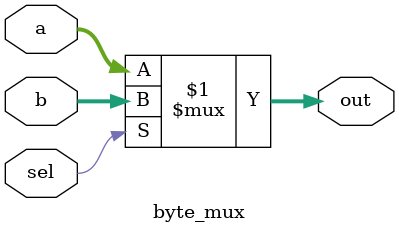
<source format=v>

module top_module(
    input wire [15:0] in,
    output wire [7:0] out_hi,
    output wire [7:0] out_lo );

    wire [7:0] sum_hi;
    wire [7:0] sum_lo;

    byte_decoder decoder(.in(in), .out_hi(sum_hi), .out_lo(sum_lo));
    byte_mux mux_hi(.a(sum_hi), .b(8'b0), .sel(in[15]), .out(out_hi));
    byte_mux mux_lo(.a(sum_lo), .b(8'b0), .sel(in[7]), .out(out_lo));

endmodule
module byte_decoder(
    input wire [15:0] in,
    output wire [7:0] out_hi,
    output wire [7:0] out_lo );

    assign out_hi = in[15:8];
    assign out_lo = in[7:0];

endmodule
module byte_mux(
    input wire [7:0] a,
    input wire [7:0] b,
    input wire sel,
    output wire [7:0] out );

    assign out = sel ? b : a;

endmodule
</source>
